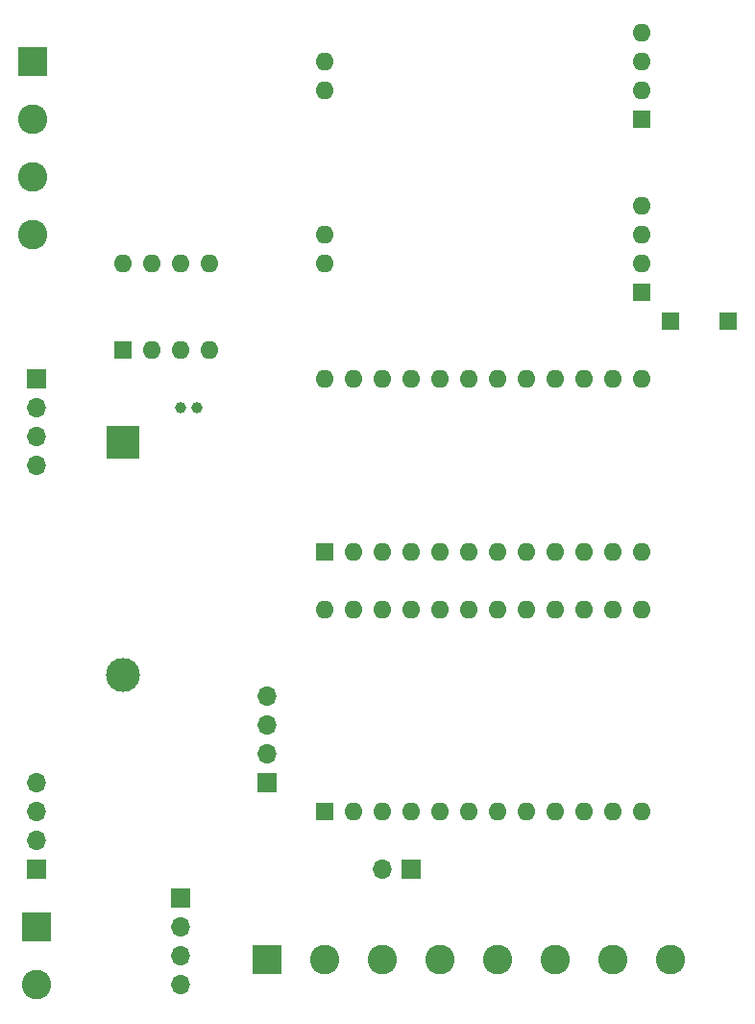
<source format=gbr>
%TF.GenerationSoftware,KiCad,Pcbnew,7.0.2-6a45011f42~172~ubuntu22.04.1*%
%TF.CreationDate,2023-05-07T23:21:14+04:00*%
%TF.ProjectId,PCB 1,50434220-312e-46b6-9963-61645f706362,rev?*%
%TF.SameCoordinates,Original*%
%TF.FileFunction,Soldermask,Bot*%
%TF.FilePolarity,Negative*%
%FSLAX46Y46*%
G04 Gerber Fmt 4.6, Leading zero omitted, Abs format (unit mm)*
G04 Created by KiCad (PCBNEW 7.0.2-6a45011f42~172~ubuntu22.04.1) date 2023-05-07 23:21:14*
%MOMM*%
%LPD*%
G01*
G04 APERTURE LIST*
%ADD10O,1.600000X1.600000*%
%ADD11R,2.600000X2.600000*%
%ADD12C,2.600000*%
%ADD13R,1.700000X1.700000*%
%ADD14O,1.700000X1.700000*%
%ADD15R,1.600000X1.600000*%
%ADD16C,1.000000*%
%ADD17R,3.000000X3.000000*%
%ADD18C,3.000000*%
G04 APERTURE END LIST*
D10*
%TO.C,*%
X86360000Y-76200000D03*
%TD*%
%TO.C,*%
X66040000Y-76200000D03*
%TD*%
%TO.C,*%
X63500000Y-30480000D03*
%TD*%
%TO.C,*%
X73660000Y-76200000D03*
%TD*%
D11*
%TO.C,Power*%
X38100000Y-104140000D03*
D12*
X38100000Y-109220000D03*
%TD*%
D10*
%TO.C,*%
X73660000Y-93980000D03*
%TD*%
D13*
%TO.C,Rele*%
X38100000Y-55880000D03*
D14*
X38100000Y-58420000D03*
X38100000Y-60960000D03*
X38100000Y-63500000D03*
%TD*%
D10*
%TO.C,*%
X83820000Y-76200000D03*
%TD*%
%TO.C,*%
X66040000Y-93980000D03*
%TD*%
D15*
%TO.C,*%
X91440000Y-33020000D03*
%TD*%
D10*
%TO.C,*%
X63500000Y-76200000D03*
%TD*%
%TO.C,*%
X76200000Y-93980000D03*
%TD*%
%TO.C,*%
X71120000Y-76200000D03*
%TD*%
%TO.C,*%
X76200000Y-76200000D03*
%TD*%
D15*
%TO.C,*%
X93980000Y-50800000D03*
%TD*%
D10*
%TO.C,*%
X63500000Y-45720000D03*
%TD*%
%TO.C,*%
X91440000Y-43180000D03*
%TD*%
%TO.C,*%
X68580000Y-93980000D03*
%TD*%
D11*
%TO.C,Sensors*%
X37795000Y-27940000D03*
D12*
X37795000Y-33020000D03*
X37795000Y-38100000D03*
X37795000Y-43180000D03*
%TD*%
D10*
%TO.C,*%
X91440000Y-45720000D03*
%TD*%
%TO.C,*%
X91440000Y-27940000D03*
%TD*%
%TO.C,*%
X71120000Y-93980000D03*
%TD*%
D15*
%TO.C,*%
X63500000Y-93980000D03*
%TD*%
D10*
%TO.C,*%
X88900000Y-76200000D03*
%TD*%
%TO.C,*%
X91440000Y-76200000D03*
%TD*%
D13*
%TO.C,BMP 180 Outside*%
X58420000Y-91440000D03*
D14*
X58420000Y-88900000D03*
X58420000Y-86360000D03*
X58420000Y-83820000D03*
%TD*%
D13*
%TO.C,BMP 180 Inside*%
X50800000Y-101600000D03*
D14*
X50800000Y-104140000D03*
X50800000Y-106680000D03*
X50800000Y-109220000D03*
%TD*%
D10*
%TO.C,*%
X81280000Y-76200000D03*
%TD*%
D15*
%TO.C,Arduino pro mini*%
X63500000Y-71125000D03*
D10*
X66040000Y-71125000D03*
X68580000Y-71125000D03*
X71120000Y-71125000D03*
X73660000Y-71125000D03*
X76200000Y-71125000D03*
X78740000Y-71125000D03*
X81280000Y-71125000D03*
X83820000Y-71125000D03*
X86360000Y-71125000D03*
X88900000Y-71125000D03*
X91440000Y-71125000D03*
X91440000Y-55885000D03*
X88900000Y-55885000D03*
X86360000Y-55885000D03*
X83820000Y-55885000D03*
X81280000Y-55885000D03*
X78740000Y-55885000D03*
X76200000Y-55885000D03*
X73660000Y-55885000D03*
X71120000Y-55885000D03*
X68580000Y-55885000D03*
X66040000Y-55885000D03*
X63500000Y-55885000D03*
%TD*%
D11*
%TO.C,Buttons*%
X58420000Y-106985000D03*
D12*
X63500000Y-106985000D03*
X68580000Y-106985000D03*
X73660000Y-106985000D03*
X78740000Y-106985000D03*
X83820000Y-106985000D03*
X88900000Y-106985000D03*
X93980000Y-106985000D03*
%TD*%
D10*
%TO.C,*%
X78740000Y-76200000D03*
%TD*%
%TO.C,*%
X78740000Y-93980000D03*
%TD*%
D16*
%TO.C,32.768KHz*%
X50800000Y-58420000D03*
X52300000Y-58420000D03*
%TD*%
D10*
%TO.C,*%
X81280000Y-93980000D03*
%TD*%
D13*
%TO.C,I2C *%
X71120000Y-99060000D03*
D14*
X68580000Y-99060000D03*
%TD*%
D10*
%TO.C,*%
X63500000Y-27940000D03*
%TD*%
%TO.C,*%
X68580000Y-76200000D03*
%TD*%
%TO.C,*%
X88900000Y-93980000D03*
%TD*%
D17*
%TO.C,3.3V*%
X45720000Y-61407584D03*
D18*
X45720000Y-81897584D03*
%TD*%
D13*
%TO.C,OLED*%
X38100000Y-99060000D03*
D14*
X38100000Y-96520000D03*
X38100000Y-93980000D03*
X38100000Y-91440000D03*
%TD*%
D10*
%TO.C,*%
X91440000Y-25400000D03*
%TD*%
%TO.C,*%
X86360000Y-93980000D03*
%TD*%
D15*
%TO.C,DS1302*%
X45720000Y-53340000D03*
D10*
X48260000Y-53340000D03*
X50800000Y-53340000D03*
X53340000Y-53340000D03*
X53340000Y-45720000D03*
X50800000Y-45720000D03*
X48260000Y-45720000D03*
X45720000Y-45720000D03*
%TD*%
%TO.C,*%
X83820000Y-93980000D03*
%TD*%
%TO.C,*%
X91440000Y-93980000D03*
%TD*%
%TO.C,*%
X91440000Y-30480000D03*
%TD*%
D15*
%TO.C,*%
X99060000Y-50800000D03*
%TD*%
D10*
%TO.C,*%
X63500000Y-43180000D03*
%TD*%
D15*
%TO.C,*%
X91440000Y-48260000D03*
%TD*%
D10*
%TO.C,*%
X91440000Y-40640000D03*
%TD*%
M02*

</source>
